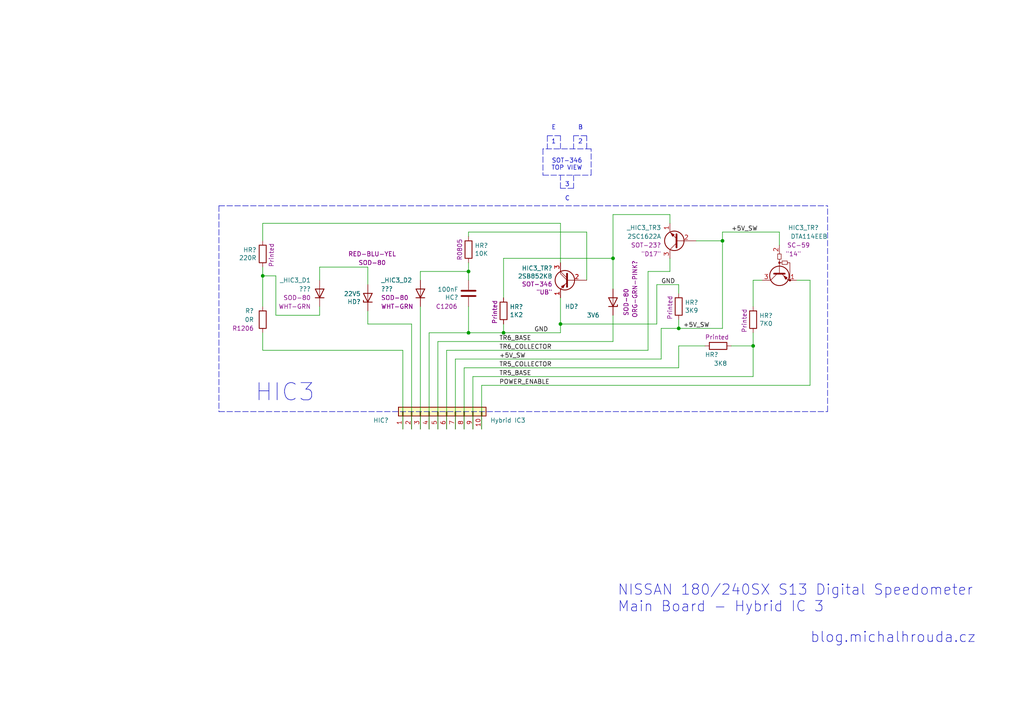
<source format=kicad_sch>
(kicad_sch (version 20250114) (generator "eeschema") (generator_version "9.0")
  (paper "A4")
  (title_block (date "2026-01-31") (rev "REV3"))
  (lib_symbols
    (symbol "180sx-240sx-s13-digidash-rescue:Q_NPN_EBC-Device" (pin_names (offset 0) (hide yes))
      (property "Reference" "Q" (at 5.08 1.27 0))
      (property "Value" "Device_Q_NPN_EBC" (at 5.08 -1.27 0))
      (symbol "Q_NPN_EBC-Device_0_1"
        (polyline (pts (xy 0.635 1.905) (xy 0.635 -1.905) (xy 0.635 -1.905)) (stroke (width 0.508)))
        (polyline (pts (xy 0.635 0.635) (xy 2.54 2.54)))
        (polyline (pts (xy 0.635 -0.635) (xy 2.54 -2.54) (xy 2.54 -2.54)))
        (circle (center 1.27 0) (radius 2.8194) (stroke (width 0.254)))
        (polyline (pts (xy 1.27 -1.778) (xy 1.778 -1.27) (xy 2.286 -2.286) (xy 1.27 -1.778) (xy 1.27 -1.778)) (fill (type outline)))
      )
      (symbol "Q_NPN_EBC-Device_1_1"
        (pin passive line (at -5.08 0 0) (length 5.715) (name "B") (number "2"))
        (pin passive line (at 2.54 5.08 270) (length 2.54) (name "C") (number "3"))
        (pin passive line (at 2.54 -5.08 90) (length 2.54) (name "E") (number "1"))
      )
    )
    (symbol "180sx-240sx-s13-digidash-rescue:Q_PNP_Darlington_EBC-Device" (pin_names (offset 0) (hide yes))
      (property "Reference" "Q" (at 4.572 1.27 0))
      (property "Value" "Device_Q_PNP_Darlington_EBC" (at 4.572 -1.27 0))
      (symbol "Q_PNP_Darlington_EBC-Device_0_1"
        (polyline (pts (xy 0.635 1.905) (xy 0.635 -1.905) (xy 0.635 -1.905)) (stroke (width 0.508)))
        (polyline (pts (xy 0.635 0.635) (xy 2.54 2.54)))
        (polyline (pts (xy 0.635 0) (xy 2.54 1.905) (xy 2.54 2.54)))
        (polyline (pts (xy 0.635 -0.635) (xy 2.54 -2.54) (xy 2.54 -2.54)))
        (circle (center 1.27 0) (radius 2.8194) (stroke (width 0.254)))
        (polyline (pts (xy 2.286 -1.778) (xy 1.778 -2.286) (xy 1.27 -1.27) (xy 2.286 -1.778) (xy 2.286 -1.778)) (fill (type outline)))
      )
      (symbol "Q_PNP_Darlington_EBC-Device_1_1"
        (pin input line (at -5.08 0 0) (length 5.715) (name "B") (number "2"))
        (pin passive line (at 2.54 5.08 270) (length 2.54) (name "C") (number "3"))
        (pin passive line (at 2.54 -5.08 90) (length 2.54) (name "E") (number "1"))
      )
    )
    (symbol "180sx-240sx-s13-digidash-rescue:Q_PNP_EBC_BRT-Device" (pin_names (hide yes))
      (property "Reference" "Q" (at 3.81 1.27 0))
      (property "Value" "Device_Q_PNP_EBC_BRT" (at 3.81 -1.27 0))
      (symbol "Q_PNP_EBC_BRT-Device_0_1"
        (rectangle (start -6.35 0.508) (end -4.826 -0.508))
        (rectangle (start -4.318 -2.286) (end -3.302 -0.762))
        (circle (center -3.81 0) (radius 0.254) (fill (type outline)))
        (polyline (pts (xy -3.81 -0.762) (xy -3.81 0)))
        (polyline (pts (xy -3.81 -2.286) (xy -3.81 -3.048) (xy 1.27 -3.048)))
        (polyline (pts (xy -0.762 0) (xy -4.826 0)))
        (polyline (pts (xy -0.635 1.524) (xy -0.635 -1.524)) (stroke (width 0.508)))
        (polyline (pts (xy 1.016 -1.778) (xy 0.508 -2.286) (xy 0 -1.27) (xy 1.016 -1.778) (xy 1.016 -1.778)) (fill (type outline)))
        (circle (center 1.27 -3.048) (radius 0.254) (fill (type outline)))
      )
      (symbol "Q_PNP_EBC_BRT-Device_1_1"
        (polyline (pts (xy -0.635 0.635) (xy 1.27 2.54)))
        (polyline (pts (xy -0.635 -0.635) (xy 1.27 -2.54) (xy 1.27 -2.54)))
        (circle (center 0 0) (radius 2.8194) (stroke (width 0.254)))
        (pin input line (at -8.89 0 0) (length 2.54) (name "B") (number "2"))
        (pin passive line (at 1.27 5.08 270) (length 2.54) (name "C") (number "3"))
        (pin passive line (at 1.27 -5.08 90) (length 2.54) (name "E") (number "1"))
      )
    )
    (symbol "Connector_Generic:Conn_01x10" (pin_names (offset 1.016) (hide yes))
      (property "Reference" "J" (at 0 12.7 0))
      (property "Value" "Conn_01x10" (at 0 -15.24 0))
      (symbol "Conn_01x10_1_1"
        (rectangle (start -1.27 11.43) (end 1.27 -13.97) (stroke (width 0.254)) (fill (type background)))
        (rectangle (start -1.27 10.287) (end 0 10.033) (stroke (width 0.1524)))
        (rectangle (start -1.27 7.747) (end 0 7.493) (stroke (width 0.1524)))
        (rectangle (start -1.27 5.207) (end 0 4.953) (stroke (width 0.1524)))
        (rectangle (start -1.27 2.667) (end 0 2.413) (stroke (width 0.1524)))
        (rectangle (start -1.27 0.127) (end 0 -0.127) (stroke (width 0.1524)))
        (rectangle (start -1.27 -2.413) (end 0 -2.667) (stroke (width 0.1524)))
        (rectangle (start -1.27 -4.953) (end 0 -5.207) (stroke (width 0.1524)))
        (rectangle (start -1.27 -7.493) (end 0 -7.747) (stroke (width 0.1524)))
        (rectangle (start -1.27 -10.033) (end 0 -10.287) (stroke (width 0.1524)))
        (rectangle (start -1.27 -12.573) (end 0 -12.827) (stroke (width 0.1524)))
        (pin passive line (at -5.08 10.16 0) (length 3.81) (name "Pin_1") (number "1"))
        (pin passive line (at -5.08 7.62 0) (length 3.81) (name "Pin_2") (number "2"))
        (pin passive line (at -5.08 5.08 0) (length 3.81) (name "Pin_3") (number "3"))
        (pin passive line (at -5.08 2.54 0) (length 3.81) (name "Pin_4") (number "4"))
        (pin passive line (at -5.08 0 0) (length 3.81) (name "Pin_5") (number "5"))
        (pin passive line (at -5.08 -2.54 0) (length 3.81) (name "Pin_6") (number "6"))
        (pin passive line (at -5.08 -5.08 0) (length 3.81) (name "Pin_7") (number "7"))
        (pin passive line (at -5.08 -7.62 0) (length 3.81) (name "Pin_8") (number "8"))
        (pin passive line (at -5.08 -10.16 0) (length 3.81) (name "Pin_9") (number "9"))
        (pin passive line (at -5.08 -12.7 0) (length 3.81) (name "Pin_10") (number "10"))
      )
    )
    (symbol "Device:C" (pin_numbers (hide yes)) (pin_names (offset 0.254))
      (property "Reference" "C" (at 0.635 2.54 0))
      (property "Value" "C" (at 0.635 -2.54 0))
      (symbol "C_0_1"
        (polyline (pts (xy -2.032 0.762) (xy 2.032 0.762)) (stroke (width 0.508)))
        (polyline (pts (xy -2.032 -0.762) (xy 2.032 -0.762)) (stroke (width 0.508)))
      )
      (symbol "C_1_1"
        (pin passive line (at 0 3.81 270) (length 2.794) (name "~") (number "1"))
        (pin passive line (at 0 -3.81 90) (length 2.794) (name "~") (number "2"))
      )
    )
    (symbol "Device:D" (pin_numbers (hide yes)) (pin_names (offset 1.016) (hide yes))
      (property "Reference" "D" (at 0 2.54 0))
      (property "Value" "D" (at 0 -2.54 0))
      (symbol "D_0_1"
        (polyline (pts (xy -1.27 1.27) (xy -1.27 -1.27)) (stroke (width 0.254)))
        (polyline (pts (xy 1.27 1.27) (xy 1.27 -1.27) (xy -1.27 0) (xy 1.27 1.27)) (stroke (width 0.254)))
        (polyline (pts (xy 1.27 0) (xy -1.27 0)))
      )
      (symbol "D_1_1"
        (pin passive line (at -3.81 0 0) (length 2.54) (name "K") (number "1"))
        (pin passive line (at 3.81 0 180) (length 2.54) (name "A") (number "2"))
      )
    )
    (symbol "Device:D_Zener" (pin_numbers (hide yes)) (pin_names (offset 1.016) (hide yes))
      (property "Reference" "D" (at 0 2.54 0))
      (property "Value" "D_Zener" (at 0 -2.54 0))
      (symbol "D_Zener_0_1"
        (polyline (pts (xy -1.27 -1.27) (xy -1.27 1.27) (xy -0.762 1.27)) (stroke (width 0.254)))
        (polyline (pts (xy 1.27 0) (xy -1.27 0)))
        (polyline (pts (xy 1.27 -1.27) (xy 1.27 1.27) (xy -1.27 0) (xy 1.27 -1.27)) (stroke (width 0.254)))
      )
      (symbol "D_Zener_1_1"
        (pin passive line (at -3.81 0 0) (length 2.54) (name "K") (number "1"))
        (pin passive line (at 3.81 0 180) (length 2.54) (name "A") (number "2"))
      )
    )
    (symbol "Device:R" (pin_numbers (hide yes)) (pin_names (offset 0))
      (property "Reference" "R" (at 2.032 0 90))
      (property "Value" "R" (at 0 0 90))
      (symbol "R_0_1"
        (rectangle (start -1.016 -2.54) (end 1.016 2.54) (stroke (width 0.254)))
      )
      (symbol "R_1_1"
        (pin passive line (at 0 3.81 270) (length 1.27) (name "~") (number "1"))
        (pin passive line (at 0 -3.81 90) (length 1.27) (name "~") (number "2"))
      )
    )
  )
  (text "3\n\nC" (at 163.83 58.42 0) (effects (font (size 1.27 1.27)) (justify left bottom)))
  (text "NISSAN 180/240SX S13 Digital Speedometer\nMain Board - Hybrid IC 3" (at 179.07 177.8 0) (effects (font (size 2.9972 2.9972)) (justify left bottom)))
  (text "E\n\n1" (at 161.29 41.91 0) (effects (font (size 1.27 1.27)) (justify right bottom)))
  (text "blog.michalhrouda.cz" (at 234.95 186.69 0) (effects (font (size 2.9972 2.9972)) (justify left bottom)))
  (text "HIC3" (at 91.44 116.84 0) (effects (font (size 5.0038 5.0038)) (justify right bottom)))
  (text "SOT-346\nTOP VIEW" (at 168.91 49.53 0) (effects (font (size 1.27 1.27)) (justify right bottom)))
  (text "B\n\n2" (at 167.64 41.91 0) (effects (font (size 1.27 1.27)) (justify left bottom)))
  (junction (at 146.05 96.52))
  (junction (at 218.44 100.33))
  (junction (at 135.89 96.52))
  (junction (at 177.8 74.93))
  (junction (at 162.56 93.98))
  (junction (at 135.89 78.74))
  (junction (at 209.55 69.85))
  (junction (at 76.2 80.01))
  (junction (at 196.85 95.25))
  (wire (pts (xy 135.89 88.9) (xy 135.89 96.52)))
  (wire (pts (xy 121.92 78.74) (xy 135.89 78.74)))
  (wire (pts (xy 194.31 62.23) (xy 177.8 62.23)))
  (wire (pts (xy 119.38 93.98) (xy 106.68 93.98)))
  (wire (pts (xy 194.31 64.77) (xy 194.31 62.23)))
  (wire (pts (xy 80.01 80.01) (xy 76.2 80.01)))
  (wire (pts (xy 121.92 88.9) (xy 121.92 124.46)))
  (wire (pts (xy 135.89 78.74) (xy 135.89 81.28)))
  (wire (pts (xy 124.46 96.52) (xy 124.46 124.46)))
  (wire (pts (xy 234.95 81.28) (xy 234.95 111.76)))
  (polyline (pts (xy 171.45 50.8) (xy 171.45 43.18)) (stroke (width 0) (type dash)))
  (wire (pts (xy 134.62 106.68) (xy 134.62 124.46)))
  (wire (pts (xy 162.56 86.36) (xy 162.56 93.98)))
  (polyline (pts (xy 240.03 119.38) (xy 240.03 59.69)) (stroke (width 0) (type dash)))
  (wire (pts (xy 218.44 100.33) (xy 218.44 96.52)))
  (wire (pts (xy 177.8 74.93) (xy 177.8 83.82)))
  (wire (pts (xy 190.5 82.55) (xy 190.5 93.98)))
  (wire (pts (xy 121.92 81.28) (xy 121.92 78.74)))
  (wire (pts (xy 137.16 109.22) (xy 218.44 109.22)))
  (wire (pts (xy 92.71 77.47) (xy 106.68 77.47)))
  (wire (pts (xy 191.77 95.25) (xy 196.85 95.25)))
  (wire (pts (xy 139.7 111.76) (xy 234.95 111.76)))
  (polyline (pts (xy 63.5 59.69) (xy 63.5 119.38)) (stroke (width 0) (type dash)))
  (polyline (pts (xy 162.56 43.18) (xy 162.56 39.37)) (stroke (width 0) (type dash)))
  (wire (pts (xy 212.09 100.33) (xy 218.44 100.33)))
  (wire (pts (xy 132.08 104.14) (xy 132.08 124.46)))
  (wire (pts (xy 135.89 76.2) (xy 135.89 78.74)))
  (wire (pts (xy 191.77 104.14) (xy 191.77 95.25)))
  (wire (pts (xy 106.68 93.98) (xy 106.68 90.17)))
  (polyline (pts (xy 162.56 39.37) (xy 158.75 39.37)) (stroke (width 0) (type dash)))
  (wire (pts (xy 162.56 93.98) (xy 162.56 96.52)))
  (wire (pts (xy 76.2 80.01) (xy 76.2 88.9)))
  (wire (pts (xy 135.89 67.31) (xy 170.18 67.31)))
  (wire (pts (xy 196.85 95.25) (xy 196.85 92.71)))
  (wire (pts (xy 209.55 67.31) (xy 226.06 67.31)))
  (wire (pts (xy 76.2 101.6) (xy 116.84 101.6)))
  (wire (pts (xy 218.44 81.28) (xy 220.98 81.28)))
  (wire (pts (xy 146.05 96.52) (xy 162.56 96.52)))
  (wire (pts (xy 218.44 109.22) (xy 218.44 100.33)))
  (wire (pts (xy 80.01 91.44) (xy 80.01 80.01)))
  (wire (pts (xy 129.54 101.6) (xy 187.96 101.6)))
  (wire (pts (xy 127 99.06) (xy 127 124.46)))
  (wire (pts (xy 119.38 124.46) (xy 119.38 93.98)))
  (wire (pts (xy 106.68 82.55) (xy 106.68 77.47)))
  (polyline (pts (xy 162.56 54.61) (xy 162.56 50.8)) (stroke (width 0) (type dash)))
  (polyline (pts (xy 170.18 43.18) (xy 170.18 39.37)) (stroke (width 0) (type dash)))
  (wire (pts (xy 92.71 81.28) (xy 92.71 77.47)))
  (wire (pts (xy 170.18 67.31) (xy 170.18 81.28)))
  (polyline (pts (xy 171.45 43.18) (xy 157.48 43.18)) (stroke (width 0) (type dash)))
  (polyline (pts (xy 63.5 119.38) (xy 240.03 119.38)) (stroke (width 0) (type dash)))
  (wire (pts (xy 80.01 91.44) (xy 92.71 91.44)))
  (wire (pts (xy 135.89 96.52) (xy 146.05 96.52)))
  (wire (pts (xy 139.7 111.76) (xy 139.7 124.46)))
  (polyline (pts (xy 157.48 43.18) (xy 157.48 50.8)) (stroke (width 0) (type dash)))
  (wire (pts (xy 127 99.06) (xy 177.8 99.06)))
  (polyline (pts (xy 63.5 59.69) (xy 240.03 59.69)) (stroke (width 0) (type dash)))
  (wire (pts (xy 146.05 74.93) (xy 177.8 74.93)))
  (polyline (pts (xy 166.37 39.37) (xy 166.37 43.18)) (stroke (width 0) (type dash)))
  (wire (pts (xy 132.08 104.14) (xy 191.77 104.14)))
  (wire (pts (xy 129.54 101.6) (xy 129.54 124.46)))
  (wire (pts (xy 177.8 99.06) (xy 177.8 91.44)))
  (polyline (pts (xy 166.37 50.8) (xy 166.37 54.61)) (stroke (width 0) (type dash)))
  (wire (pts (xy 76.2 64.77) (xy 162.56 64.77)))
  (wire (pts (xy 226.06 67.31) (xy 226.06 71.12)))
  (polyline (pts (xy 158.75 39.37) (xy 158.75 43.18)) (stroke (width 0) (type dash)))
  (polyline (pts (xy 170.18 39.37) (xy 166.37 39.37)) (stroke (width 0) (type dash)))
  (polyline (pts (xy 166.37 54.61) (xy 162.56 54.61)) (stroke (width 0) (type dash)))
  (wire (pts (xy 194.31 74.93) (xy 194.31 78.74)))
  (wire (pts (xy 162.56 76.2) (xy 162.56 64.77)))
  (wire (pts (xy 76.2 101.6) (xy 76.2 96.52)))
  (polyline (pts (xy 157.48 50.8) (xy 171.45 50.8)) (stroke (width 0) (type dash)))
  (wire (pts (xy 204.47 100.33) (xy 196.85 100.33)))
  (wire (pts (xy 196.85 95.25) (xy 209.55 95.25)))
  (wire (pts (xy 76.2 80.01) (xy 76.2 77.47)))
  (wire (pts (xy 124.46 96.52) (xy 135.89 96.52)))
  (wire (pts (xy 137.16 109.22) (xy 137.16 124.46)))
  (wire (pts (xy 190.5 82.55) (xy 196.85 82.55)))
  (wire (pts (xy 177.8 62.23) (xy 177.8 74.93)))
  (wire (pts (xy 135.89 68.58) (xy 135.89 67.31)))
  (wire (pts (xy 146.05 74.93) (xy 146.05 86.36)))
  (wire (pts (xy 162.56 93.98) (xy 190.5 93.98)))
  (wire (pts (xy 231.14 81.28) (xy 234.95 81.28)))
  (wire (pts (xy 218.44 81.28) (xy 218.44 88.9)))
  (wire (pts (xy 196.85 106.68) (xy 196.85 100.33)))
  (wire (pts (xy 209.55 67.31) (xy 209.55 69.85)))
  (wire (pts (xy 187.96 78.74) (xy 194.31 78.74)))
  (wire (pts (xy 209.55 69.85) (xy 209.55 95.25)))
  (wire (pts (xy 187.96 78.74) (xy 187.96 101.6)))
  (wire (pts (xy 92.71 88.9) (xy 92.71 91.44)))
  (wire (pts (xy 134.62 106.68) (xy 196.85 106.68)))
  (wire (pts (xy 196.85 85.09) (xy 196.85 82.55)))
  (wire (pts (xy 146.05 93.98) (xy 146.05 96.52)))
  (wire (pts (xy 76.2 69.85) (xy 76.2 64.77)))
  (wire (pts (xy 201.93 69.85) (xy 209.55 69.85)))
  (wire (pts (xy 116.84 101.6) (xy 116.84 124.46)))
  (label "+5V_SW" (at 212.09 67.31 0))
  (label "+5V_SW" (at 144.78 104.14 0))
  (label "TR5_BASE" (at 144.78 109.22 0))
  (label "GND" (at 191.77 82.55 0))
  (label "GND" (at 154.94 96.52 0))
  (label "+5V_SW" (at 198.12 95.25 0))
  (label "TR6_BASE" (at 144.78 99.06 0))
  (label "TR6_COLLECTOR" (at 144.78 101.6 0))
  (label "TR5_COLLECTOR" (at 144.78 106.68 0))
  (label "POWER_ENABLE" (at 144.78 111.76 0))
  (symbol (lib_id "Device:D") (at 92.71 85.09 270) (mirror x) (unit 1)
    (property "Reference" "_HIC3_D1" (at 90.17 81.28 90) (effects (justify right)))
    (property "Value" "???" (at 90.17 83.82 90) (effects (justify right)))
    (property "Package" "SOD-80" (at 90.17 86.36 90) (effects (justify right)))
    (property "Marking" "WHT-GRN" (at 90.17 88.9 90) (effects (justify right)))
  )
  (symbol (lib_id "180sx-240sx-s13-digidash-rescue:Q_PNP_EBC_BRT-Device") (at 226.06 80.01 90) (mirror x) (unit 1)
    (property "Reference" "_HIC3_TR2" (at 237.49 66.04 90) (effects (justify left)))
    (property "Value" "DTA114EEB" (at 240.03 68.58 90) (effects (justify left)))
    (property "Package" "SC-59" (at 234.95 71.12 90) (effects (justify left)))
    (property "Marking" "\"14\"" (at 232.41 73.66 90) (effects (justify left)))
    (instances (project "" (path "" (reference "HIC3_TR?") (unit 1)) (path "" (reference "_HIC3_TR2") (unit 1))))
  )
  (symbol (lib_id "Device:D") (at 121.92 85.09 270) (mirror x) (unit 1)
    (property "Reference" "_HIC3_D2" (at 110.49 81.28 90) (effects (justify left)))
    (property "Value" "???" (at 110.49 83.82 90) (effects (justify left)))
    (property "Package" "SOD-80" (at 110.49 86.36 90) (effects (justify left)))
    (property "Marking" "WHT-GRN" (at 110.49 88.9 90) (effects (justify left)))
  )
  (symbol (lib_id "180sx-240sx-s13-digidash-rescue:Q_NPN_EBC-Device") (at 196.85 69.85 180) (unit 1)
    (property "Reference" "_HIC3_TR3" (at 191.77 66.04 0) (effects (justify left)))
    (property "Value" "2SC1622A" (at 191.77 68.58 0) (effects (justify left)))
    (property "Package" "SOT-23?" (at 191.77 71.12 0) (effects (justify left)))
    (property "Field5" "\"D17\"" (at 191.77 73.66 0) (effects (justify left)))
  )
  (symbol (lib_id "180sx-240sx-s13-digidash-rescue:Q_PNP_Darlington_EBC-Device") (at 165.1 81.28 0) (mirror y) (unit 1)
    (property "Reference" "_HIC3_TR1" (at 160.2486 77.8002 0) (effects (justify left)))
    (property "Value" "2SB852KB" (at 160.2486 80.1116 0) (effects (justify left)))
    (property "Package" "SOT-346" (at 160.2486 82.423 0) (effects (justify left)))
    (property "Marking" "\"UB\"" (at 160.2486 84.7344 0) (effects (justify left)))
    (instances (project "" (path "" (reference "HIC3_TR?") (unit 1)) (path "" (reference "_HIC3_TR1") (unit 1))))
  )
  (symbol (lib_id "Device:R") (at 208.28 100.33 270) (unit 1)
    (property "Reference" "_HIC3_R6" (at 204.47 102.87 90) (effects (justify left)))
    (property "Value" "3K8" (at 207.01 105.41 90) (effects (justify left)))
    (property "Package" "Printed" (at 204.47 97.79 90) (effects (justify left)))
    (instances (project "" (path "" (reference "HR?") (unit 1)) (path "" (reference "HR?") (unit 1)) (path "" (reference "_HIC3_R6") (unit 1))))
  )
  (symbol (lib_id "Device:R") (at 218.44 92.71 0) (unit 1)
    (property "Reference" "_HIC3_R7" (at 220.218 91.5416 0) (effects (justify left)))
    (property "Value" "7K0" (at 220.218 93.853 0) (effects (justify left)))
    (property "Package" "Printed" (at 215.9 96.52 90) (effects (justify left)))
    (instances (project "" (path "" (reference "HR?") (unit 1)) (path "" (reference "HR?") (unit 1)) (path "" (reference "_HIC3_R7") (unit 1))))
  )
  (symbol (lib_id "Device:R") (at 196.85 88.9 0) (unit 1)
    (property "Reference" "_HIC3_R5" (at 198.628 87.7316 0) (effects (justify left)))
    (property "Value" "3K9" (at 198.628 90.043 0) (effects (justify left)))
    (property "Package" "Printed" (at 194.31 92.71 90) (effects (justify left)))
    (instances (project "" (path "" (reference "HR?") (unit 1)) (path "" (reference "HR?") (unit 1)) (path "" (reference "_HIC3_R5") (unit 1))))
  )
  (symbol (lib_id "Device:R") (at 146.05 90.17 0) (unit 1)
    (property "Reference" "_HIC3_R4" (at 147.828 89.0016 0) (effects (justify left)))
    (property "Value" "1K2" (at 147.828 91.313 0) (effects (justify left)))
    (property "Package" "Printed" (at 143.51 93.98 90) (effects (justify left)))
    (instances (project "" (path "" (reference "HR?") (unit 1)) (path "" (reference "HR?") (unit 1)) (path "" (reference "_HIC3_R4") (unit 1))))
  )
  (symbol (lib_id "Device:D_Zener") (at 177.8 87.63 270) (mirror x) (unit 1)
    (property "Reference" "_HIC3_ZD2" (at 163.83 88.9 90) (effects (justify left)))
    (property "Value" "3V6" (at 170.18 91.44 90) (effects (justify left)))
    (property "Package" "SOD-80" (at 181.61 87.63 0))
    (property "Marking" "ORG-GRN-PINK?" (at 184.15 83.82 0))
    (instances (project "" (path "" (reference "HD?") (unit 1)) (path "" (reference "HD?") (unit 1)) (path "" (reference "_HIC3_ZD2") (unit 1))))
  )
  (symbol (lib_id "Device:R") (at 76.2 73.66 0) (mirror y) (unit 1)
    (property "Reference" "_HIC3_R2" (at 74.422 72.4916 0) (effects (justify left)))
    (property "Value" "220R" (at 74.422 74.803 0) (effects (justify left)))
    (property "Package" "Printed" (at 78.74 77.47 90) (effects (justify left)))
    (instances (project "" (path "" (reference "HR?") (unit 1)) (path "" (reference "HR?") (unit 1)) (path "" (reference "_HIC3_R2") (unit 1))))
  )
  (symbol (lib_id "Device:R") (at 135.89 72.39 0) (unit 1)
    (property "Reference" "_HIC3_R3" (at 137.668 71.2216 0) (effects (justify left)))
    (property "Value" "10K" (at 137.668 73.533 0) (effects (justify left)))
    (property "Package" "R0805" (at 133.35 72.39 90))
    (instances (project "" (path "" (reference "HR?") (unit 1)) (path "" (reference "HR?") (unit 1)) (path "" (reference "_HIC3_R3") (unit 1))))
  )
  (symbol (lib_id "Device:C") (at 135.89 85.09 180) (unit 1)
    (property "Reference" "_HIC3_C1" (at 132.969 86.2584 0) (effects (justify left)))
    (property "Value" "100nF" (at 132.969 83.947 0) (effects (justify left)))
    (property "Package" "C1206" (at 129.54 88.9 0))
    (instances (project "" (path "" (reference "HC?") (unit 1)) (path "" (reference "HC?") (unit 1)) (path "" (reference "_HIC3_C1") (unit 1))))
  )
  (symbol (lib_id "Device:D_Zener") (at 106.68 86.36 90) (unit 1)
    (property "Reference" "_HIC3_ZD1" (at 104.648 87.5284 90) (effects (justify left)))
    (property "Value" "22V5" (at 104.648 85.217 90) (effects (justify left)))
    (property "Package" "SOD-80" (at 107.95 76.2 90))
    (property "Marking" "RED-BLU-YEL" (at 107.95 73.66 90))
    (instances (project "" (path "" (reference "HD?") (unit 1)) (path "" (reference "HD?") (unit 1)) (path "" (reference "_HIC3_ZD1") (unit 1))))
  )
  (symbol (lib_id "Device:R") (at 76.2 92.71 180) (unit 1)
    (property "Reference" "_HIC3_R1" (at 73.66 90.17 0) (effects (justify left)))
    (property "Value" "0R" (at 73.66 92.71 0) (effects (justify left)))
    (property "Package" "R1206" (at 73.66 95.25 0) (effects (justify left)))
    (instances (project "" (path "" (reference "R?") (unit 1)) (path "" (reference "R?") (unit 1)) (path "" (reference "_HIC3_R1") (unit 1))))
  )
  (symbol (lib_id "Connector_Generic:Conn_01x10") (at 127 119.38 90) (unit 1)
    (property "Reference" "HIC3" (at 110.49 121.92 90))
    (property "Value" "Hybrid IC3" (at 147.32 121.92 90))
    (instances (project "" (path "" (reference "HIC?") (unit 1)) (path "" (reference "HIC3") (unit 1))))
  )
)
</source>
